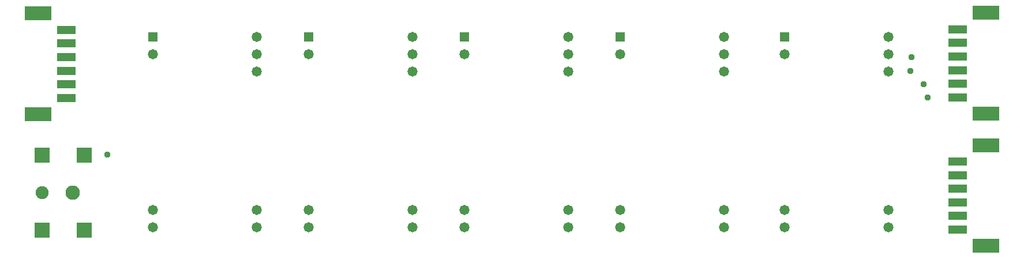
<source format=gbr>
G04 EAGLE Gerber RS-274X export*
G75*
%MOMM*%
%FSLAX34Y34*%
%LPD*%
%INSoldermask Top*%
%IPPOS*%
%AMOC8*
5,1,8,0,0,1.08239X$1,22.5*%
G01*
G04 Define Apertures*
%ADD10R,2.703200X1.203200*%
%ADD11R,4.003200X2.003200*%
%ADD12R,2.253200X2.253200*%
%ADD13C,1.903200*%
%ADD14C,2.103200*%
%ADD15R,1.473200X1.473200*%
%ADD16C,1.473200*%
%ADD17C,0.959600*%
D10*
X1397000Y656740D03*
X1397000Y676740D03*
X1397000Y696740D03*
X1397000Y716740D03*
X1397000Y736740D03*
X1397000Y756740D03*
D11*
X1438500Y632740D03*
X1438500Y780740D03*
D10*
X1397000Y850900D03*
X1397000Y870900D03*
X1397000Y890900D03*
X1397000Y910900D03*
X1397000Y930900D03*
X1397000Y950900D03*
D11*
X1438500Y826900D03*
X1438500Y974900D03*
D10*
X88900Y949960D03*
X88900Y929960D03*
X88900Y909960D03*
X88900Y889960D03*
X88900Y869960D03*
X88900Y849960D03*
D11*
X47400Y973960D03*
X47400Y825960D03*
D12*
X53700Y766200D03*
X115200Y766200D03*
X53700Y656200D03*
X115200Y656200D03*
D13*
X53700Y711200D03*
D14*
X98700Y711200D03*
D15*
X215900Y939800D03*
D16*
X215900Y914400D03*
X215900Y685800D03*
X215900Y660400D03*
X368300Y660400D03*
X368300Y685800D03*
X368300Y889000D03*
X368300Y914400D03*
X368300Y939800D03*
D15*
X444500Y939800D03*
D16*
X444500Y914400D03*
X444500Y685800D03*
X444500Y660400D03*
X596900Y660400D03*
X596900Y685800D03*
X596900Y889000D03*
X596900Y914400D03*
X596900Y939800D03*
D15*
X673100Y939800D03*
D16*
X673100Y914400D03*
X673100Y685800D03*
X673100Y660400D03*
X825500Y660400D03*
X825500Y685800D03*
X825500Y889000D03*
X825500Y914400D03*
X825500Y939800D03*
D15*
X901700Y939800D03*
D16*
X901700Y914400D03*
X901700Y685800D03*
X901700Y660400D03*
X1054100Y660400D03*
X1054100Y685800D03*
X1054100Y889000D03*
X1054100Y914400D03*
X1054100Y939800D03*
D15*
X1143000Y939800D03*
D16*
X1143000Y914400D03*
X1143000Y685800D03*
X1143000Y660400D03*
X1295400Y660400D03*
X1295400Y685800D03*
X1295400Y889000D03*
X1295400Y914400D03*
X1295400Y939800D03*
D17*
X148872Y766572D03*
X1353312Y850392D03*
X1347216Y870204D03*
X1327404Y890016D03*
X1328928Y909828D03*
M02*

</source>
